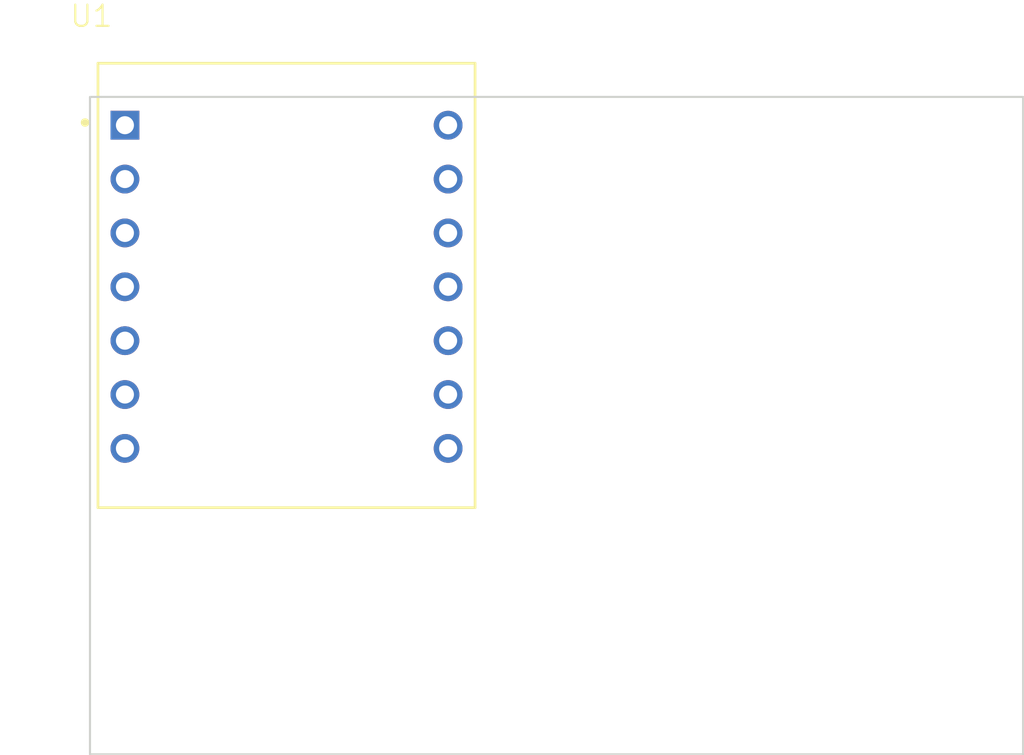
<source format=kicad_pcb>
(kicad_pcb (version 20221018) (generator pcbnew)
  (layers (0 "F.Cu" signal) (31 "B.Cu" signal) (34 "B.Paste" user) (35 "F.Paste" user) (36 "B.SilkS" user "B.Silkscreen") (37 "F.SilkS" user "F.Silkscreen") (38 "B.Mask" user) (39 "F.Mask" user) (44 "Edge.Cuts" user))
  (net 0 "")
  (footprint "113991054:SEEEDUINO_XIAO_ESP32C3_Without_SMD" (layer "F.Cu") (at 118.6675 59.107)
    (fp_text reference "U1" (at -0.1 -0.4165 unlocked) (layer "F.SilkS") (effects (font (thickness 0.1))))
    (fp_text value "113991054")
    (fp_line (start 0.21 1.806) (end 17.99 1.806) (stroke (width 0.127)) (layer "F.SilkS"))
    (fp_line (start 0.21 22.761) (end 0.21 1.806) (stroke (width 0.127)) (layer "F.SilkS"))
    (fp_line (start 17.99 1.806) (end 17.99 22.761) (stroke (width 0.127)) (layer "F.SilkS"))
    (fp_line (start 17.99 22.761) (end 0.21 22.761) (stroke (width 0.127)) (layer "F.SilkS"))
    (fp_circle (center -0.4 4.6) (end -0.3 4.6) (stroke (width 0.2)) (fill none) (layer "F.SilkS"))
    (pad "1" thru_hole rect (at 1.48 4.727) (size 1.358 1.358) (drill 0.85) (layers "*.Cu" "*.Mask"))
    (pad "2" thru_hole circle (at 1.48 7.267) (size 1.358 1.358) (drill 0.85) (layers "*.Cu" "*.Mask"))
    (pad "3" thru_hole circle (at 1.48 9.807) (size 1.358 1.358) (drill 0.85) (layers "*.Cu" "*.Mask"))
    (pad "4" thru_hole circle (at 1.48 12.347) (size 1.358 1.358) (drill 0.85) (layers "*.Cu" "*.Mask"))
    (pad "5" thru_hole circle (at 1.48 14.887) (size 1.358 1.358) (drill 0.85) (layers "*.Cu" "*.Mask"))
    (pad "6" thru_hole circle (at 1.48 17.427) (size 1.358 1.358) (drill 0.85) (layers "*.Cu" "*.Mask"))
    (pad "7" thru_hole circle (at 1.48 19.967) (size 1.358 1.358) (drill 0.85) (layers "*.Cu" "*.Mask"))
    (pad "8" thru_hole circle (at 16.72 19.967) (size 1.358 1.358) (drill 0.85) (layers "*.Cu" "*.Mask"))
    (pad "9" thru_hole circle (at 16.72 17.427) (size 1.358 1.358) (drill 0.85) (layers "*.Cu" "*.Mask"))
    (pad "10" thru_hole circle (at 16.72 14.887) (size 1.358 1.358) (drill 0.85) (layers "*.Cu" "*.Mask"))
    (pad "11" thru_hole circle (at 16.72 12.347) (size 1.358 1.358) (drill 0.85) (layers "*.Cu" "*.Mask"))
    (pad "12" thru_hole circle (at 16.72 9.807) (size 1.358 1.358) (drill 0.85) (layers "*.Cu" "*.Mask"))
    (pad "13" thru_hole circle (at 16.72 7.267) (size 1.358 1.358) (drill 0.85) (layers "*.Cu" "*.Mask"))
    (pad "14" thru_hole circle (at 16.72 4.727) (size 1.358 1.358) (drill 0.85) (layers "*.Cu" "*.Mask"))
  )
  (gr_rect (start 118.5 62.5) (end 162.5 93.5) (stroke (width 0.1)) (fill none) (layer "Edge.Cuts"))
)
</source>
